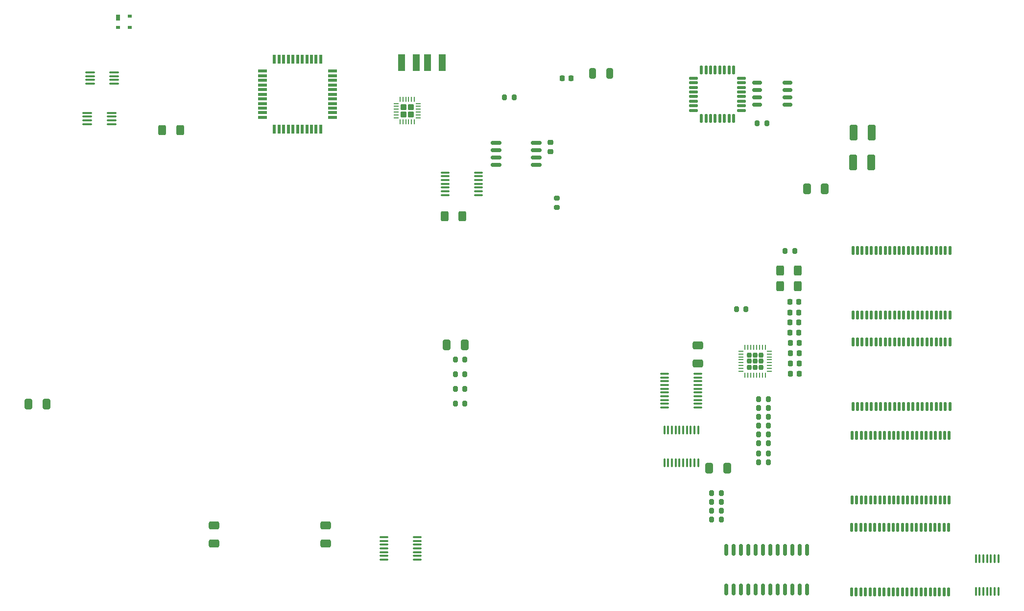
<source format=gbr>
%TF.GenerationSoftware,KiCad,Pcbnew,6.0.4-1.fc35*%
%TF.CreationDate,2022-04-12T19:23:18+05:30*%
%TF.ProjectId,8puter,38707574-6572-42e6-9b69-6361645f7063,rev?*%
%TF.SameCoordinates,Original*%
%TF.FileFunction,Paste,Top*%
%TF.FilePolarity,Positive*%
%FSLAX46Y46*%
G04 Gerber Fmt 4.6, Leading zero omitted, Abs format (unit mm)*
G04 Created by KiCad (PCBNEW 6.0.4-1.fc35) date 2022-04-12 19:23:18*
%MOMM*%
%LPD*%
G01*
G04 APERTURE LIST*
G04 Aperture macros list*
%AMRoundRect*
0 Rectangle with rounded corners*
0 $1 Rounding radius*
0 $2 $3 $4 $5 $6 $7 $8 $9 X,Y pos of 4 corners*
0 Add a 4 corners polygon primitive as box body*
4,1,4,$2,$3,$4,$5,$6,$7,$8,$9,$2,$3,0*
0 Add four circle primitives for the rounded corners*
1,1,$1+$1,$2,$3*
1,1,$1+$1,$4,$5*
1,1,$1+$1,$6,$7*
1,1,$1+$1,$8,$9*
0 Add four rect primitives between the rounded corners*
20,1,$1+$1,$2,$3,$4,$5,0*
20,1,$1+$1,$4,$5,$6,$7,0*
20,1,$1+$1,$6,$7,$8,$9,0*
20,1,$1+$1,$8,$9,$2,$3,0*%
G04 Aperture macros list end*
%ADD10RoundRect,0.200000X-0.200000X-0.275000X0.200000X-0.275000X0.200000X0.275000X-0.200000X0.275000X0*%
%ADD11RoundRect,0.225000X0.225000X0.250000X-0.225000X0.250000X-0.225000X-0.250000X0.225000X-0.250000X0*%
%ADD12RoundRect,0.207500X-0.207500X-0.207500X0.207500X-0.207500X0.207500X0.207500X-0.207500X0.207500X0*%
%ADD13RoundRect,0.062500X-0.375000X-0.062500X0.375000X-0.062500X0.375000X0.062500X-0.375000X0.062500X0*%
%ADD14RoundRect,0.062500X-0.062500X-0.375000X0.062500X-0.375000X0.062500X0.375000X-0.062500X0.375000X0*%
%ADD15RoundRect,0.100000X-0.712500X-0.100000X0.712500X-0.100000X0.712500X0.100000X-0.712500X0.100000X0*%
%ADD16RoundRect,0.200000X0.200000X0.275000X-0.200000X0.275000X-0.200000X-0.275000X0.200000X-0.275000X0*%
%ADD17R,1.250000X3.000000*%
%ADD18R,0.700000X1.000000*%
%ADD19R,0.700000X0.600000*%
%ADD20RoundRect,0.137500X-0.137500X0.625000X-0.137500X-0.625000X0.137500X-0.625000X0.137500X0.625000X0*%
%ADD21RoundRect,0.100000X0.637500X0.100000X-0.637500X0.100000X-0.637500X-0.100000X0.637500X-0.100000X0*%
%ADD22RoundRect,0.125000X-0.625000X-0.125000X0.625000X-0.125000X0.625000X0.125000X-0.625000X0.125000X0*%
%ADD23RoundRect,0.125000X-0.125000X-0.625000X0.125000X-0.625000X0.125000X0.625000X-0.125000X0.625000X0*%
%ADD24RoundRect,0.100000X0.100000X-0.637500X0.100000X0.637500X-0.100000X0.637500X-0.100000X-0.637500X0*%
%ADD25RoundRect,0.250000X0.400000X0.625000X-0.400000X0.625000X-0.400000X-0.625000X0.400000X-0.625000X0*%
%ADD26RoundRect,0.250000X-0.325000X-0.650000X0.325000X-0.650000X0.325000X0.650000X-0.325000X0.650000X0*%
%ADD27RoundRect,0.250000X0.412500X0.650000X-0.412500X0.650000X-0.412500X-0.650000X0.412500X-0.650000X0*%
%ADD28RoundRect,0.150000X0.150000X-0.837500X0.150000X0.837500X-0.150000X0.837500X-0.150000X-0.837500X0*%
%ADD29RoundRect,0.100000X-0.637500X-0.100000X0.637500X-0.100000X0.637500X0.100000X-0.637500X0.100000X0*%
%ADD30RoundRect,0.100000X-0.100000X0.637500X-0.100000X-0.637500X0.100000X-0.637500X0.100000X0.637500X0*%
%ADD31RoundRect,0.150000X0.675000X0.150000X-0.675000X0.150000X-0.675000X-0.150000X0.675000X-0.150000X0*%
%ADD32RoundRect,0.250000X-0.400000X-0.625000X0.400000X-0.625000X0.400000X0.625000X-0.400000X0.625000X0*%
%ADD33R,1.500000X0.520000*%
%ADD34R,0.520000X1.500000*%
%ADD35RoundRect,0.250000X0.412500X1.100000X-0.412500X1.100000X-0.412500X-1.100000X0.412500X-1.100000X0*%
%ADD36RoundRect,0.250000X-0.412500X-0.650000X0.412500X-0.650000X0.412500X0.650000X-0.412500X0.650000X0*%
%ADD37RoundRect,0.200000X-0.275000X0.200000X-0.275000X-0.200000X0.275000X-0.200000X0.275000X0.200000X0*%
%ADD38RoundRect,0.250000X0.650000X-0.412500X0.650000X0.412500X-0.650000X0.412500X-0.650000X-0.412500X0*%
%ADD39RoundRect,0.250000X-0.650000X0.412500X-0.650000X-0.412500X0.650000X-0.412500X0.650000X0.412500X0*%
%ADD40RoundRect,0.225000X-0.225000X-0.250000X0.225000X-0.250000X0.225000X0.250000X-0.225000X0.250000X0*%
%ADD41RoundRect,0.225000X-0.250000X0.225000X-0.250000X-0.225000X0.250000X-0.225000X0.250000X0.225000X0*%
%ADD42RoundRect,0.250000X-0.275000X-0.275000X0.275000X-0.275000X0.275000X0.275000X-0.275000X0.275000X0*%
%ADD43RoundRect,0.062500X-0.350000X-0.062500X0.350000X-0.062500X0.350000X0.062500X-0.350000X0.062500X0*%
%ADD44RoundRect,0.062500X-0.062500X-0.350000X0.062500X-0.350000X0.062500X0.350000X-0.062500X0.350000X0*%
%ADD45RoundRect,0.150000X-0.800000X-0.150000X0.800000X-0.150000X0.800000X0.150000X-0.800000X0.150000X0*%
G04 APERTURE END LIST*
D10*
%TO.C,R9*%
X193583000Y-81435000D03*
X195233000Y-81435000D03*
%TD*%
D11*
%TO.C,C30*%
X195958000Y-92115000D03*
X194408000Y-92115000D03*
%TD*%
%TO.C,C29*%
X195958000Y-93835000D03*
X194408000Y-93835000D03*
%TD*%
%TO.C,C28*%
X195983000Y-95635000D03*
X194433000Y-95635000D03*
%TD*%
%TO.C,C27*%
X196033000Y-97335000D03*
X194483000Y-97335000D03*
%TD*%
%TO.C,C26*%
X196058000Y-99135000D03*
X194508000Y-99135000D03*
%TD*%
%TO.C,C31*%
X195958000Y-90235000D03*
X194408000Y-90235000D03*
%TD*%
%TO.C,C24*%
X196033000Y-102735000D03*
X194483000Y-102735000D03*
%TD*%
%TO.C,C25*%
X196058000Y-100935000D03*
X194508000Y-100935000D03*
%TD*%
D12*
%TO.C,U15*%
X189438000Y-101565000D03*
X187378000Y-99505000D03*
X189438000Y-100535000D03*
X188408000Y-100535000D03*
X189438000Y-99505000D03*
X187378000Y-101565000D03*
X188408000Y-101565000D03*
X188408000Y-99505000D03*
X187378000Y-100535000D03*
D13*
X185970500Y-98785000D03*
X185970500Y-99285000D03*
X185970500Y-99785000D03*
X185970500Y-100285000D03*
X185970500Y-100785000D03*
X185970500Y-101285000D03*
X185970500Y-101785000D03*
X185970500Y-102285000D03*
D14*
X186658000Y-102972500D03*
X187158000Y-102972500D03*
X187658000Y-102972500D03*
X188158000Y-102972500D03*
X188658000Y-102972500D03*
X189158000Y-102972500D03*
X189658000Y-102972500D03*
X190158000Y-102972500D03*
D13*
X190845500Y-102285000D03*
X190845500Y-101785000D03*
X190845500Y-101285000D03*
X190845500Y-100785000D03*
X190845500Y-100285000D03*
X190845500Y-99785000D03*
X190845500Y-99285000D03*
X190845500Y-98785000D03*
D14*
X190158000Y-98097500D03*
X189658000Y-98097500D03*
X189158000Y-98097500D03*
X188658000Y-98097500D03*
X188158000Y-98097500D03*
X187658000Y-98097500D03*
X187158000Y-98097500D03*
X186658000Y-98097500D03*
%TD*%
D15*
%TO.C,PWREG1*%
X72895500Y-57560000D03*
X72895500Y-58210000D03*
X72895500Y-58860000D03*
X72895500Y-59510000D03*
X77120500Y-59510000D03*
X77120500Y-58860000D03*
X77120500Y-58210000D03*
X77120500Y-57560000D03*
%TD*%
D16*
%TO.C,R8*%
X186808000Y-91535000D03*
X185158000Y-91535000D03*
%TD*%
%TO.C,R21*%
X182563000Y-124923000D03*
X180913000Y-124923000D03*
%TD*%
D17*
%TO.C,J3*%
X134308000Y-48865000D03*
X131808000Y-48865000D03*
X129808000Y-48865000D03*
X127308000Y-48865000D03*
%TD*%
D18*
%TO.C,U6*%
X78281000Y-41028000D03*
D19*
X78281000Y-42728000D03*
X80281000Y-42728000D03*
X80281000Y-40828000D03*
%TD*%
D20*
%TO.C,ERAM2*%
X222103000Y-97237500D03*
X221303000Y-97237500D03*
X220503000Y-97237500D03*
X219703000Y-97237500D03*
X218903000Y-97237500D03*
X218103000Y-97237500D03*
X217303000Y-97237500D03*
X216503000Y-97237500D03*
X215703000Y-97237500D03*
X214903000Y-97237500D03*
X214103000Y-97237500D03*
X213303000Y-97237500D03*
X212503000Y-97237500D03*
X211703000Y-97237500D03*
X210903000Y-97237500D03*
X210103000Y-97237500D03*
X209303000Y-97237500D03*
X208503000Y-97237500D03*
X207703000Y-97237500D03*
X206903000Y-97237500D03*
X206103000Y-97237500D03*
X205303000Y-97237500D03*
X205303000Y-108412500D03*
X206103000Y-108412500D03*
X206903000Y-108412500D03*
X207703000Y-108412500D03*
X208503000Y-108412500D03*
X209303000Y-108412500D03*
X210103000Y-108412500D03*
X210903000Y-108412500D03*
X211703000Y-108412500D03*
X212503000Y-108412500D03*
X213303000Y-108412500D03*
X214103000Y-108412500D03*
X214903000Y-108412500D03*
X215703000Y-108412500D03*
X216503000Y-108412500D03*
X217303000Y-108412500D03*
X218103000Y-108412500D03*
X218903000Y-108412500D03*
X219703000Y-108412500D03*
X220503000Y-108412500D03*
X221303000Y-108412500D03*
X222103000Y-108412500D03*
%TD*%
D21*
%TO.C,U2*%
X140570500Y-71785000D03*
X140570500Y-71135000D03*
X140570500Y-70485000D03*
X140570500Y-69835000D03*
X140570500Y-69185000D03*
X140570500Y-68535000D03*
X140570500Y-67885000D03*
X134845500Y-67885000D03*
X134845500Y-68535000D03*
X134845500Y-69185000D03*
X134845500Y-69835000D03*
X134845500Y-70485000D03*
X134845500Y-71135000D03*
X134845500Y-71785000D03*
%TD*%
D16*
%TO.C,R20*%
X182563000Y-123399000D03*
X180913000Y-123399000D03*
%TD*%
%TO.C,R17*%
X190691000Y-114763000D03*
X189041000Y-114763000D03*
%TD*%
D22*
%TO.C,U7*%
X177733000Y-51535000D03*
X177733000Y-52335000D03*
X177733000Y-53135000D03*
X177733000Y-53935000D03*
X177733000Y-54735000D03*
X177733000Y-55535000D03*
X177733000Y-56335000D03*
X177733000Y-57135000D03*
D23*
X179108000Y-58510000D03*
X179908000Y-58510000D03*
X180708000Y-58510000D03*
X181508000Y-58510000D03*
X182308000Y-58510000D03*
X183108000Y-58510000D03*
X183908000Y-58510000D03*
X184708000Y-58510000D03*
D22*
X186083000Y-57135000D03*
X186083000Y-56335000D03*
X186083000Y-55535000D03*
X186083000Y-54735000D03*
X186083000Y-53935000D03*
X186083000Y-53135000D03*
X186083000Y-52335000D03*
X186083000Y-51535000D03*
D23*
X184708000Y-50160000D03*
X183908000Y-50160000D03*
X183108000Y-50160000D03*
X182308000Y-50160000D03*
X181508000Y-50160000D03*
X180708000Y-50160000D03*
X179908000Y-50160000D03*
X179108000Y-50160000D03*
%TD*%
D10*
%TO.C,R35*%
X136590000Y-100285000D03*
X138240000Y-100285000D03*
%TD*%
D24*
%TO.C,U11*%
X226558000Y-140397500D03*
X227208000Y-140397500D03*
X227858000Y-140397500D03*
X228508000Y-140397500D03*
X229158000Y-140397500D03*
X229808000Y-140397500D03*
X230458000Y-140397500D03*
X230458000Y-134672500D03*
X229808000Y-134672500D03*
X229158000Y-134672500D03*
X228508000Y-134672500D03*
X227858000Y-134672500D03*
X227208000Y-134672500D03*
X226558000Y-134672500D03*
%TD*%
D25*
%TO.C,R4*%
X195808000Y-84835000D03*
X192708000Y-84835000D03*
%TD*%
D26*
%TO.C,C23*%
X160333000Y-50735000D03*
X163283000Y-50735000D03*
%TD*%
D16*
%TO.C,R18*%
X190691000Y-116535000D03*
X189041000Y-116535000D03*
%TD*%
%TO.C,R12*%
X190691000Y-107143000D03*
X189041000Y-107143000D03*
%TD*%
%TO.C,R22*%
X182563000Y-126447000D03*
X180913000Y-126447000D03*
%TD*%
D10*
%TO.C,R6*%
X145083000Y-54835000D03*
X146733000Y-54835000D03*
%TD*%
D27*
%TO.C,C4*%
X138215500Y-97745000D03*
X135090500Y-97745000D03*
%TD*%
D28*
%TO.C,AD_DEC1*%
X183389000Y-140069500D03*
X184659000Y-140069500D03*
X185929000Y-140069500D03*
X187199000Y-140069500D03*
X188469000Y-140069500D03*
X189739000Y-140069500D03*
X191009000Y-140069500D03*
X192279000Y-140069500D03*
X193549000Y-140069500D03*
X194819000Y-140069500D03*
X196089000Y-140069500D03*
X197359000Y-140069500D03*
X197359000Y-133144500D03*
X196089000Y-133144500D03*
X194819000Y-133144500D03*
X193549000Y-133144500D03*
X192279000Y-133144500D03*
X191009000Y-133144500D03*
X189739000Y-133144500D03*
X188469000Y-133144500D03*
X187199000Y-133144500D03*
X185929000Y-133144500D03*
X184659000Y-133144500D03*
X183389000Y-133144500D03*
%TD*%
D29*
%TO.C,BDT1*%
X172779500Y-102694000D03*
X172779500Y-103344000D03*
X172779500Y-103994000D03*
X172779500Y-104644000D03*
X172779500Y-105294000D03*
X172779500Y-105944000D03*
X172779500Y-106594000D03*
X172779500Y-107244000D03*
X172779500Y-107894000D03*
X172779500Y-108544000D03*
X178504500Y-108544000D03*
X178504500Y-107894000D03*
X178504500Y-107244000D03*
X178504500Y-106594000D03*
X178504500Y-105944000D03*
X178504500Y-105294000D03*
X178504500Y-104644000D03*
X178504500Y-103994000D03*
X178504500Y-103344000D03*
X178504500Y-102694000D03*
%TD*%
D30*
%TO.C,LATCH1*%
X178567000Y-112408500D03*
X177917000Y-112408500D03*
X177267000Y-112408500D03*
X176617000Y-112408500D03*
X175967000Y-112408500D03*
X175317000Y-112408500D03*
X174667000Y-112408500D03*
X174017000Y-112408500D03*
X173367000Y-112408500D03*
X172717000Y-112408500D03*
X172717000Y-118133500D03*
X173367000Y-118133500D03*
X174017000Y-118133500D03*
X174667000Y-118133500D03*
X175317000Y-118133500D03*
X175967000Y-118133500D03*
X176617000Y-118133500D03*
X177267000Y-118133500D03*
X177917000Y-118133500D03*
X178567000Y-118133500D03*
%TD*%
D15*
%TO.C,PWREG2*%
X73395500Y-50560000D03*
X73395500Y-51210000D03*
X73395500Y-51860000D03*
X73395500Y-52510000D03*
X77620500Y-52510000D03*
X77620500Y-51860000D03*
X77620500Y-51210000D03*
X77620500Y-50560000D03*
%TD*%
D16*
%TO.C,R19*%
X190691000Y-118059000D03*
X189041000Y-118059000D03*
%TD*%
D25*
%TO.C,R5*%
X195808000Y-87535000D03*
X192708000Y-87535000D03*
%TD*%
D31*
%TO.C,U13*%
X194033000Y-56140000D03*
X194033000Y-54870000D03*
X194033000Y-53600000D03*
X194033000Y-52330000D03*
X188783000Y-52330000D03*
X188783000Y-53600000D03*
X188783000Y-54870000D03*
X188783000Y-56140000D03*
%TD*%
D32*
%TO.C,R2*%
X85908000Y-60535000D03*
X89008000Y-60535000D03*
%TD*%
D33*
%TO.C,U12*%
X103258000Y-50335000D03*
X103258000Y-51135000D03*
X103258000Y-51935000D03*
X103258000Y-52735000D03*
X103258000Y-53535000D03*
X103258000Y-54335000D03*
X103258000Y-55135000D03*
X103258000Y-55935000D03*
X103258000Y-56735000D03*
X103258000Y-57535000D03*
X103258000Y-58335000D03*
D34*
X105308000Y-60385000D03*
X106108000Y-60385000D03*
X106908000Y-60385000D03*
X107708000Y-60385000D03*
X108508000Y-60385000D03*
X109308000Y-60385000D03*
X110108000Y-60385000D03*
X110908000Y-60385000D03*
X111708000Y-60385000D03*
X112508000Y-60385000D03*
X113308000Y-60385000D03*
D33*
X115358000Y-58335000D03*
X115358000Y-57535000D03*
X115358000Y-56735000D03*
X115358000Y-55935000D03*
X115358000Y-55135000D03*
X115358000Y-54335000D03*
X115358000Y-53535000D03*
X115358000Y-52735000D03*
X115358000Y-51935000D03*
X115358000Y-51135000D03*
X115358000Y-50335000D03*
D34*
X113308000Y-48285000D03*
X112508000Y-48285000D03*
X111708000Y-48285000D03*
X110908000Y-48285000D03*
X110108000Y-48285000D03*
X109308000Y-48285000D03*
X108508000Y-48285000D03*
X107708000Y-48285000D03*
X106908000Y-48285000D03*
X106108000Y-48285000D03*
X105308000Y-48285000D03*
%TD*%
D35*
%TO.C,C12*%
X208570500Y-60935000D03*
X205445500Y-60935000D03*
%TD*%
D36*
%TO.C,C18*%
X197345500Y-70735000D03*
X200470500Y-70735000D03*
%TD*%
D37*
%TO.C,R1*%
X154108000Y-72285000D03*
X154108000Y-73935000D03*
%TD*%
D38*
%TO.C,C10*%
X178508000Y-100935000D03*
X178508000Y-97810000D03*
%TD*%
D10*
%TO.C,R34*%
X136590000Y-102825000D03*
X138240000Y-102825000D03*
%TD*%
D20*
%TO.C,ERAM3*%
X222103000Y-81362500D03*
X221303000Y-81362500D03*
X220503000Y-81362500D03*
X219703000Y-81362500D03*
X218903000Y-81362500D03*
X218103000Y-81362500D03*
X217303000Y-81362500D03*
X216503000Y-81362500D03*
X215703000Y-81362500D03*
X214903000Y-81362500D03*
X214103000Y-81362500D03*
X213303000Y-81362500D03*
X212503000Y-81362500D03*
X211703000Y-81362500D03*
X210903000Y-81362500D03*
X210103000Y-81362500D03*
X209303000Y-81362500D03*
X208503000Y-81362500D03*
X207703000Y-81362500D03*
X206903000Y-81362500D03*
X206103000Y-81362500D03*
X205303000Y-81362500D03*
X205303000Y-92537500D03*
X206103000Y-92537500D03*
X206903000Y-92537500D03*
X207703000Y-92537500D03*
X208503000Y-92537500D03*
X209303000Y-92537500D03*
X210103000Y-92537500D03*
X210903000Y-92537500D03*
X211703000Y-92537500D03*
X212503000Y-92537500D03*
X213303000Y-92537500D03*
X214103000Y-92537500D03*
X214903000Y-92537500D03*
X215703000Y-92537500D03*
X216503000Y-92537500D03*
X217303000Y-92537500D03*
X218103000Y-92537500D03*
X218903000Y-92537500D03*
X219703000Y-92537500D03*
X220503000Y-92537500D03*
X221303000Y-92537500D03*
X222103000Y-92537500D03*
%TD*%
D16*
%TO.C,R23*%
X182563000Y-127971000D03*
X180913000Y-127971000D03*
%TD*%
D20*
%TO.C,ERAM0*%
X221885000Y-129312500D03*
X221085000Y-129312500D03*
X220285000Y-129312500D03*
X219485000Y-129312500D03*
X218685000Y-129312500D03*
X217885000Y-129312500D03*
X217085000Y-129312500D03*
X216285000Y-129312500D03*
X215485000Y-129312500D03*
X214685000Y-129312500D03*
X213885000Y-129312500D03*
X213085000Y-129312500D03*
X212285000Y-129312500D03*
X211485000Y-129312500D03*
X210685000Y-129312500D03*
X209885000Y-129312500D03*
X209085000Y-129312500D03*
X208285000Y-129312500D03*
X207485000Y-129312500D03*
X206685000Y-129312500D03*
X205885000Y-129312500D03*
X205085000Y-129312500D03*
X205085000Y-140487500D03*
X205885000Y-140487500D03*
X206685000Y-140487500D03*
X207485000Y-140487500D03*
X208285000Y-140487500D03*
X209085000Y-140487500D03*
X209885000Y-140487500D03*
X210685000Y-140487500D03*
X211485000Y-140487500D03*
X212285000Y-140487500D03*
X213085000Y-140487500D03*
X213885000Y-140487500D03*
X214685000Y-140487500D03*
X215485000Y-140487500D03*
X216285000Y-140487500D03*
X217085000Y-140487500D03*
X217885000Y-140487500D03*
X218685000Y-140487500D03*
X219485000Y-140487500D03*
X220285000Y-140487500D03*
X221085000Y-140487500D03*
X221885000Y-140487500D03*
%TD*%
D16*
%TO.C,R14*%
X190691000Y-110191000D03*
X189041000Y-110191000D03*
%TD*%
D10*
%TO.C,R7*%
X188783000Y-59335000D03*
X190433000Y-59335000D03*
%TD*%
D39*
%TO.C,C16*%
X94870000Y-128948500D03*
X94870000Y-132073500D03*
%TD*%
D40*
%TO.C,C22*%
X155033000Y-51535000D03*
X156583000Y-51535000D03*
%TD*%
D39*
%TO.C,C15*%
X114174000Y-128948500D03*
X114174000Y-132073500D03*
%TD*%
D21*
%TO.C,U8*%
X129970500Y-134885000D03*
X129970500Y-134235000D03*
X129970500Y-133585000D03*
X129970500Y-132935000D03*
X129970500Y-132285000D03*
X129970500Y-131635000D03*
X129970500Y-130985000D03*
X124245500Y-130985000D03*
X124245500Y-131635000D03*
X124245500Y-132285000D03*
X124245500Y-132935000D03*
X124245500Y-133585000D03*
X124245500Y-134235000D03*
X124245500Y-134885000D03*
%TD*%
D16*
%TO.C,R13*%
X190691000Y-108667000D03*
X189041000Y-108667000D03*
%TD*%
%TO.C,R15*%
X190691000Y-111715000D03*
X189041000Y-111715000D03*
%TD*%
D36*
%TO.C,C9*%
X180468000Y-119081000D03*
X183593000Y-119081000D03*
%TD*%
D35*
%TO.C,C2*%
X208508000Y-66135000D03*
X205383000Y-66135000D03*
%TD*%
D41*
%TO.C,C21*%
X153008000Y-62685000D03*
X153008000Y-64235000D03*
%TD*%
D10*
%TO.C,R33*%
X136590000Y-105365000D03*
X138240000Y-105365000D03*
%TD*%
D16*
%TO.C,R16*%
X190691000Y-113239000D03*
X189041000Y-113239000D03*
%TD*%
D32*
%TO.C,R3*%
X134708000Y-75435000D03*
X137808000Y-75435000D03*
%TD*%
D42*
%TO.C,U14*%
X128908000Y-56535000D03*
X128908000Y-57835000D03*
X127608000Y-56535000D03*
X127608000Y-57835000D03*
D43*
X126320500Y-55935000D03*
X126320500Y-56435000D03*
X126320500Y-56935000D03*
X126320500Y-57435000D03*
X126320500Y-57935000D03*
X126320500Y-58435000D03*
D44*
X127008000Y-59122500D03*
X127508000Y-59122500D03*
X128008000Y-59122500D03*
X128508000Y-59122500D03*
X129008000Y-59122500D03*
X129508000Y-59122500D03*
D43*
X130195500Y-58435000D03*
X130195500Y-57935000D03*
X130195500Y-57435000D03*
X130195500Y-56935000D03*
X130195500Y-56435000D03*
X130195500Y-55935000D03*
D44*
X129508000Y-55247500D03*
X129008000Y-55247500D03*
X128508000Y-55247500D03*
X128008000Y-55247500D03*
X127508000Y-55247500D03*
X127008000Y-55247500D03*
%TD*%
D36*
%TO.C,C11*%
X62733500Y-107915461D03*
X65858500Y-107915461D03*
%TD*%
D20*
%TO.C,ERAM1*%
X221976000Y-113366500D03*
X221176000Y-113366500D03*
X220376000Y-113366500D03*
X219576000Y-113366500D03*
X218776000Y-113366500D03*
X217976000Y-113366500D03*
X217176000Y-113366500D03*
X216376000Y-113366500D03*
X215576000Y-113366500D03*
X214776000Y-113366500D03*
X213976000Y-113366500D03*
X213176000Y-113366500D03*
X212376000Y-113366500D03*
X211576000Y-113366500D03*
X210776000Y-113366500D03*
X209976000Y-113366500D03*
X209176000Y-113366500D03*
X208376000Y-113366500D03*
X207576000Y-113366500D03*
X206776000Y-113366500D03*
X205976000Y-113366500D03*
X205176000Y-113366500D03*
X205176000Y-124541500D03*
X205976000Y-124541500D03*
X206776000Y-124541500D03*
X207576000Y-124541500D03*
X208376000Y-124541500D03*
X209176000Y-124541500D03*
X209976000Y-124541500D03*
X210776000Y-124541500D03*
X211576000Y-124541500D03*
X212376000Y-124541500D03*
X213176000Y-124541500D03*
X213976000Y-124541500D03*
X214776000Y-124541500D03*
X215576000Y-124541500D03*
X216376000Y-124541500D03*
X217176000Y-124541500D03*
X217976000Y-124541500D03*
X218776000Y-124541500D03*
X219576000Y-124541500D03*
X220376000Y-124541500D03*
X221176000Y-124541500D03*
X221976000Y-124541500D03*
%TD*%
D10*
%TO.C,R32*%
X136590000Y-107905000D03*
X138240000Y-107905000D03*
%TD*%
D45*
%TO.C,U3*%
X150608000Y-62730000D03*
X150608000Y-64000000D03*
X150608000Y-65270000D03*
X150608000Y-66540000D03*
X143608000Y-66540000D03*
X143608000Y-65270000D03*
X143608000Y-64000000D03*
X143608000Y-62730000D03*
%TD*%
M02*

</source>
